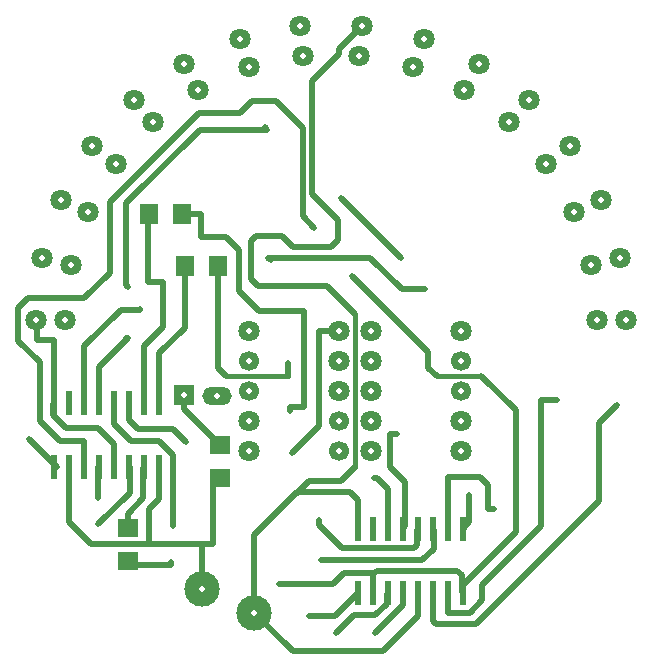
<source format=gbr>
G04 DipTrace 3.1.0.0*
G04 Âåðõíèé.gbr*
%MOMM*%
G04 #@! TF.FileFunction,Copper,L1,Top*
G04 #@! TF.Part,Single*
%ADD13C,0.5*%
G04 #@! TA.AperFunction,Conductor*
%ADD14C,0.4*%
G04 #@! TA.AperFunction,ComponentPad*
%ADD16C,1.8*%
%ADD17C,3.0*%
%ADD18R,1.8X1.6*%
%ADD19R,1.6X1.8*%
%ADD20R,0.6X2.0*%
G04 #@! TA.AperFunction,ComponentPad*
%ADD21C,1.8*%
%ADD22C,1.7*%
%ADD23R,1.8X1.8*%
%ADD24O,2.5X1.5*%
%FSLAX35Y35*%
G04*
G71*
G90*
G75*
G01*
G04 Top*
%LPD*%
X626101Y1661906D2*
D13*
Y1193452D1*
X812967Y1006586D1*
X1299787D1*
Y1301192D1*
X1388101Y1389506D1*
Y1661906D1*
X1299787Y1006586D2*
X1754361D1*
X1844557D1*
Y1502656D1*
X1907397Y1565496D1*
X1754361Y628746D2*
Y1006586D1*
X1125967Y3179452D2*
X1106691Y3198729D1*
Y3892572D1*
X1729834Y4515716D1*
X2302027D1*
X2282597Y4535146D1*
X3450197Y2848976D2*
X3023744Y3275429D1*
X3195584Y596482D2*
Y747239D1*
X3210294Y761949D1*
X3231241Y782896D1*
X3911227D1*
X3952117Y742006D1*
Y601949D1*
X3957584Y596482D1*
Y659849D1*
X4407761Y1110026D1*
Y2138422D1*
X4116784Y2429399D1*
D14*
X3736797D1*
D13*
X3665881Y2500316D1*
Y2633292D1*
X3450197Y2848976D1*
X2405121Y669622D2*
X2860164D1*
X2952491Y761949D1*
X3210294D1*
X753101Y1661906D2*
Y1875699D1*
X549274D1*
X377814Y2047159D1*
Y2544539D1*
X197257Y2725096D1*
Y3006552D1*
X279321Y3088616D1*
X751431D1*
X969134Y3306319D1*
Y3901016D1*
X1721907Y4653789D1*
X2070307D1*
X2176521Y4760002D1*
X2217204D1*
X2222517Y4754689D1*
X2378021D1*
X2601907Y4530802D1*
Y3784389D1*
X2702984Y3683312D1*
X2883744Y255192D2*
X3034881Y406329D1*
X3219257D1*
X3313301Y500372D1*
Y587199D1*
X3322584Y596482D1*
X880101Y1661906D2*
X868307D1*
Y1399802D1*
X3638747Y3163522D2*
X3440287D1*
X3172587Y3431222D1*
X2312764D1*
X2333377Y3410609D1*
X3217274Y255632D2*
X3449584Y487942D1*
Y596482D1*
X499101Y2201906D2*
Y2735716D1*
X356574D1*
Y2917776D1*
X344701Y2905902D1*
X1007101Y1661906D2*
Y1851689D1*
X870821Y1987969D1*
X596267D1*
X487811Y2096426D1*
Y2190616D1*
X499101Y2201906D1*
X3576584Y596482D2*
Y394479D1*
X3283251Y101146D1*
X2519174D1*
X2193544Y426776D1*
Y1086396D1*
X2555984Y1448836D1*
X2999941D1*
X3070041Y1378736D1*
Y1137939D1*
X3068584Y1136482D1*
X2193544Y426776D2*
Y1079966D1*
X2658157Y1544579D1*
X2930987D1*
X3045081Y1658672D1*
D14*
Y2954562D1*
D13*
X2808684Y3190959D1*
X2225394D1*
X2163551Y3252802D1*
Y3571289D1*
X2206577Y3614316D1*
X2429477D1*
X2520844Y3522949D1*
X2839474D1*
X2902234Y3585709D1*
Y3754679D1*
X2686381Y3970536D1*
Y4931422D1*
X2912171Y5157212D1*
Y5198372D1*
X3106001Y5392202D1*
X3704927Y605646D2*
Y358636D1*
X3732941Y330622D1*
X4073621D1*
X5115087Y1372089D1*
Y2033942D1*
X5266091Y2184946D1*
X1602331Y2267829D2*
Y2150562D1*
X1907397Y1845496D1*
X4757437Y2225789D2*
X4623897D1*
Y1162226D1*
X4122037Y660366D1*
Y531766D1*
X4016521Y426249D1*
X3830584D1*
Y596482D1*
X4013921Y1419039D2*
Y1192819D1*
X3957584Y1136482D1*
X4220397Y1306869D2*
X4170917D1*
Y1508686D1*
X4100971Y1578632D1*
X3830584D1*
Y1136482D1*
X2757261Y871159D2*
X3615051D1*
X3711481Y967589D1*
Y1128586D1*
X3703584Y1136482D1*
X2909267Y2811129D2*
X2742881D1*
Y2007602D1*
X2513924Y1778646D1*
X1492234Y851899D2*
Y831339D1*
X1085631D1*
X1120814Y866522D1*
X1884374Y3364862D2*
Y2501156D1*
X1957274Y2428256D1*
D14*
X2475637D1*
D13*
Y2543906D1*
X1583911Y3798639D2*
X1739481D1*
Y3608856D1*
X1952887D1*
X2062607Y3499136D1*
Y3152416D1*
X2233951Y2981072D1*
X2611214D1*
Y2169642D1*
X2493044D1*
Y2131352D1*
X3068584Y596482D2*
X2874197Y402096D1*
X2654657D1*
X873537Y1178156D2*
X1138187Y1442802D1*
Y1657819D1*
X1134101Y1661906D1*
X499101D2*
X519261D1*
X286664Y1894502D1*
X2926374Y3933306D2*
X3432704Y3426976D1*
X1120814Y1146522D2*
Y1262419D1*
X1253651Y1395252D1*
Y1654456D1*
X1261101Y1661906D1*
X1604374Y3364862D2*
Y2839369D1*
X1388101Y2623099D1*
Y2201906D1*
X1261101D2*
Y2682702D1*
X1422197Y2843796D1*
Y3224779D1*
X1290021D1*
Y3784746D1*
X1303911Y3798639D1*
X1134101Y2201906D2*
Y2056512D1*
X1207901Y1982712D1*
X1505821D1*
X1616811Y1871722D1*
X1501711Y1158466D2*
Y1764842D1*
X1388987Y1877566D1*
X1150631D1*
X1007101Y2021096D1*
Y2201906D1*
X880101D2*
Y2507626D1*
X1127644Y2755169D1*
X1107064D1*
X753101Y2201906D2*
Y2681709D1*
X1063914Y2992522D1*
X1224327D1*
Y2999396D1*
X2741797Y1214429D2*
Y1166829D1*
X2933967Y974659D1*
X3548907D1*
X3570114Y995862D1*
Y1130012D1*
X3576584Y1136482D1*
X3399087Y1935946D2*
X3346327D1*
Y1657882D1*
X3471157Y1533052D1*
Y1158056D1*
X3449584Y1136482D1*
X3209631Y1568396D2*
X3230834D1*
X3322724Y1476506D1*
Y1136622D1*
X3322584Y1136482D1*
D16*
X344701Y2905902D3*
X399701Y3425902D3*
X560701Y3922902D3*
X822201Y4375902D3*
X1171701Y4765902D3*
X1594701Y5070902D3*
X2072201Y5283502D3*
X2583401Y5392202D3*
X3106001D3*
X3629701Y5283502D3*
X4094701Y5071002D3*
X4517501Y4763802D3*
X4867201Y4375402D3*
X5128601Y3922702D3*
X5290101Y3425702D3*
X5344701Y2905902D3*
X5094701D3*
X594701D3*
X643901Y3373702D3*
X789201Y3821102D3*
X1024401Y4228402D3*
X1339201Y4578002D3*
X1719701Y4854502D3*
X2149401Y5045802D3*
X2609501Y5143602D3*
X3079901D3*
X3540001Y5045902D3*
X3969701Y4854502D3*
X4350201Y4578002D3*
X4665001Y4228402D3*
X4900201Y3821102D3*
X5045501Y3373702D3*
D17*
X1754361Y628746D3*
X2193544Y426776D3*
D18*
X1120814Y1146522D3*
Y866522D3*
D19*
X1604374Y3364862D3*
X1884374D3*
X1303911Y3798639D3*
X1583911D3*
D20*
X3957584Y1136482D3*
X3830584D3*
X3703584D3*
X3576584D3*
X3449584D3*
X3322584D3*
X3195584D3*
X3068584D3*
Y596482D3*
X3195584D3*
X3322584D3*
X3449584D3*
X3576584D3*
X3703584D3*
X3830584D3*
X3957584D3*
X1388101Y2201906D3*
X1261101D3*
X1134101D3*
X1007101D3*
X880101D3*
X753101D3*
X626101D3*
X499101D3*
Y1661906D3*
X626101D3*
X753101D3*
X880101D3*
X1007101D3*
X1134101D3*
X1261101D3*
X1388101D3*
D18*
X1907397Y1845496D3*
Y1565496D3*
D21*
X3181394Y2811652D3*
Y2557652D3*
Y2303652D3*
Y2049652D3*
Y1795652D3*
X3943394D3*
Y2049652D3*
D22*
Y2303652D3*
Y2557652D3*
D21*
Y2811652D3*
X2147267Y2811129D3*
D22*
Y2557129D3*
Y2303129D3*
D21*
Y2049129D3*
Y1795129D3*
D22*
X2909267D3*
Y2049129D3*
D21*
Y2303129D3*
Y2557129D3*
Y2811129D3*
D23*
X1602331Y2267829D3*
D24*
X1881364Y2259049D3*
G04 Top Clear*
%LPC*%
D13*
X344701Y2905902D3*
X399701Y3425902D3*
X560701Y3922902D3*
X822201Y4375902D3*
X1171701Y4765902D3*
X1594701Y5070902D3*
X2072201Y5283502D3*
X2583401Y5392202D3*
X3106001D3*
X3629701Y5283502D3*
X4094701Y5071002D3*
X4517501Y4763802D3*
X4867201Y4375402D3*
X5128601Y3922702D3*
X5290101Y3425702D3*
X5344701Y2905902D3*
X5094701D3*
X594701D3*
X643901Y3373702D3*
X789201Y3821102D3*
X1024401Y4228402D3*
X1339201Y4578002D3*
X1719701Y4854502D3*
X2149401Y5045802D3*
X2609501Y5143602D3*
X3079901D3*
X3540001Y5045902D3*
X3969701Y4854502D3*
X4350201Y4578002D3*
X4665001Y4228402D3*
X4900201Y3821102D3*
X5045501Y3373702D3*
X1754361Y628746D3*
X2193544Y426776D3*
X3181394Y2811652D3*
Y2557652D3*
Y2303652D3*
Y2049652D3*
Y1795652D3*
X3943394D3*
Y2049652D3*
Y2303652D3*
Y2557652D3*
Y2811652D3*
X2147267Y2811129D3*
Y2557129D3*
Y2303129D3*
Y2049129D3*
Y1795129D3*
X2909267D3*
Y2049129D3*
Y2303129D3*
Y2557129D3*
Y2811129D3*
X1602331Y2267829D3*
X1881364Y2259049D3*
M02*

</source>
